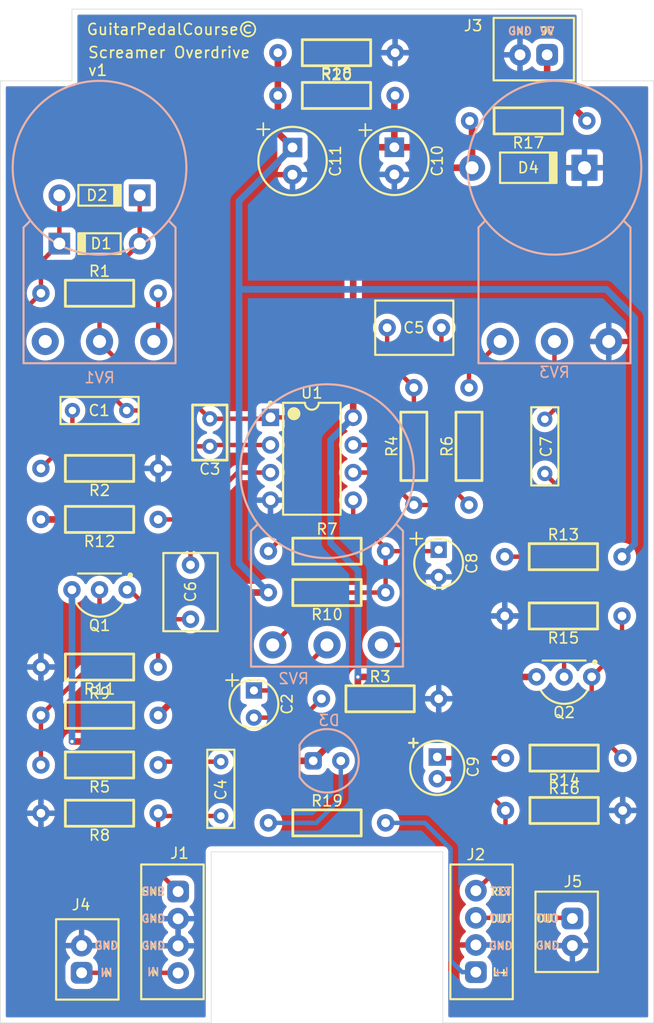
<source format=kicad_pcb>
(kicad_pcb (version 20241229) (generator "pcbnew") (generator_version "9.0")
  (layers (0 "F.Cu" signal) (2 "B.Cu" signal) (13 "F.Paste" user) (15 "B.Paste" user) (5 "F.SilkS" user "F.Silkscreen") (7 "B.SilkS" user "B.Silkscreen") (1 "F.Mask" user) (3 "B.Mask" user) (25 "Edge.Cuts" user))
  (net 0 "")
  (net 1 "Net-(C1-Pad1)")
  (net 2 "Net-(D1-A)")
  (net 3 "Net-(C2-Pad2)")
  (net 4 "Net-(C2-Pad1)")
  (net 5 "Net-(D1-K)")
  (net 6 "/SEND")
  (net 7 "Net-(C4-Pad2)")
  (net 8 "Net-(C5-Pad1)")
  (net 9 "Net-(C5-Pad2)")
  (net 10 "Net-(U1A-+)")
  (net 11 "Net-(C6-Pad1)")
  (net 12 "Net-(C7-Pad2)")
  (net 13 "Net-(C7-Pad1)")
  (net 14 "Net-(U1B-+)")
  (net 15 "GND")
  (net 16 "Net-(C9-Pad1)")
  (net 17 "/RETURN")
  (net 18 "+VA")
  (net 19 "VREF")
  (net 20 "Net-(D3-K)")
  (net 21 "/IN")
  (net 22 "/LED+")
  (net 23 "/OUT")
  (net 24 "Net-(J3-Pad1)")
  (net 25 "Net-(Q1-PadB)")
  (net 26 "Net-(Q2-PadE)")
  (net 27 "Net-(R1-Pad2)")
  (net 28 "Net-(U1B--)")
  (net 29 "Net-(R6-Pad2)")
  (footprint "Wampler:RESISTOR_1_4W" (layer "F.Cu") (at 9.271 -49.149 180)
    (property "Reference" "R5" (at 0 -2.027 180) (layer "F.SilkS"))
    (property "Value" "1k")
    (pad "1" thru_hole circle (at -5.4 0 180) (size 1.6 1.6) (drill 0.8) (layers "*.Cu" "*.Mask") (net 7 "Net-(C4-Pad2)"))
    (pad "2" thru_hole circle (at 5.4 0 180) (size 1.6 1.6) (drill 0.8) (layers "*.Cu" "*.Mask") (net 25 "Net-(Q1-PadB)"))
  )
  (footprint "Wampler:CONNECTOR_4" (layer "F.Cu") (at 16.51 -33.782 -90)
    (property "Reference" "J1" (at -7.239 -0.127 180) (layer "F.SilkS"))
    (property "Value" "~")
    (pad "1" thru_hole roundrect (at -3.71 0 270) (size 2 2) (drill 1) (layers "*.Cu" "*.Mask") (net 6 "/SEND"))
    (pad "2" thru_hole circle (at -1.21 0 270) (size 2 2) (drill 1) (layers "*.Cu" "*.Mask") (net 15 "GND"))
    (pad "3" thru_hole circle (at 1.29 0 270) (size 2 2) (drill 1) (layers "*.Cu" "*.Mask") (net 15 "GND"))
    (pad "4" thru_hole circle (at 3.79 0 270) (size 2 2) (drill 1) (layers "*.Cu" "*.Mask") (net 21 "/IN"))
  )
  (footprint "Wampler:RESISTOR_1_4W" (layer "F.Cu") (at 9.271 -58.166 180)
    (property "Reference" "R11" (at 0 -2.027 180) (layer "F.SilkS"))
    (property "Value" "10k")
    (pad "1" thru_hole circle (at -5.4 0 180) (size 1.6 1.6) (drill 0.8) (layers "*.Cu" "*.Mask") (net 11 "Net-(C6-Pad1)"))
    (pad "2" thru_hole circle (at 5.4 0 180) (size 1.6 1.6) (drill 0.8) (layers "*.Cu" "*.Mask") (net 15 "GND"))
  )
  (footprint "Wampler:RESISTOR_1_4W" (layer "F.Cu") (at 9.271 -53.721)
    (property "Reference" "R9" (at 0 -2.027 0) (layer "F.SilkS"))
    (property "Value" "510k")
    (pad "1" thru_hole circle (at -5.4 0) (size 1.6 1.6) (drill 0.8) (layers "*.Cu" "*.Mask") (net 25 "Net-(Q1-PadB)"))
    (pad "2" thru_hole circle (at 5.4 0) (size 1.6 1.6) (drill 0.8) (layers "*.Cu" "*.Mask") (net 19 "VREF"))
  )
  (footprint "Wampler:CAP_ELEC_100UF" (layer "F.Cu") (at 27.051 -104.755 -90)
    (property "Reference" "C11" (at 0 -3.95 90) (layer "F.SilkS"))
    (property "Value" "100u 35V")
    (fp_text user "+" (at -3.957 3.4544 270) (layer "F.SilkS") (effects (font (size 1.5 1.5)) (justify left bottom)))
    (pad "1" thru_hole rect (at -1.25 0 270) (size 1.8 1.8) (drill 0.9) (layers "*.Cu" "*.Mask") (net 19 "VREF"))
    (pad "2" thru_hole circle (at 1.25 0 270) (size 1.8 1.8) (drill 0.9) (layers "*.Cu" "*.Mask") (net 15 "GND"))
  )
  (footprint "Wampler:BJT_2N5089" (layer "F.Cu") (at 9.271 -65.278 180)
    (property "Reference" "Q1" (at 0 -3.28402 0) (layer "F.SilkS"))
    (property "Value" "2N5089")
    (pad "B" thru_hole circle (at 0 0 180) (size 1.6 1.6) (drill 0.8) (layers "*.Cu" "*.Mask") (net 25 "Net-(Q1-PadB)"))
    (pad "C" thru_hole circle (at 2.54 0 180) (size 1.6 1.6) (drill 0.8) (layers "*.Cu" "*.Mask") (net 18 "+VA"))
    (pad "E" thru_hole circle (at -2.54 0 180) (size 1.6 1.6) (drill 0.8) (layers "*.Cu" "*.Mask") (net 11 "Net-(C6-Pad1)"))
  )
  (footprint "Wampler:RESISTOR_1_4W" (layer "F.Cu") (at 43.307 -78.486 90)
    (property "Reference" "R6" (at 0 -2.027 90) (layer "F.SilkS"))
    (property "Value" "1k")
    (pad "1" thru_hole circle (at -5.4 0 90) (size 1.6 1.6) (drill 0.8) (layers "*.Cu" "*.Mask") (net 9 "Net-(C5-Pad2)"))
    (pad "2" thru_hole circle (at 5.4 0 90) (size 1.6 1.6) (drill 0.8) (layers "*.Cu" "*.Mask") (net 29 "Net-(R6-Pad2)"))
  )
  (footprint "Wampler:RESISTOR_1_4W" (layer "F.Cu") (at 9.271 -71.755 180)
    (property "Reference" "R12" (at 0 -2.027 180) (layer "F.SilkS"))
    (property "Value" "10k")
    (pad "1" thru_hole circle (at -5.4 0 180) (size 1.6 1.6) (drill 0.8) (layers "*.Cu" "*.Mask") (net 10 "Net-(U1A-+)"))
    (pad "2" thru_hole circle (at 5.4 0 180) (size 1.6 1.6) (drill 0.8) (layers "*.Cu" "*.Mask") (net 19 "VREF"))
  )
  (footprint "Wampler:CAP_FILM_1UF" (layer "F.Cu") (at 17.653 -65.064 90)
    (property "Reference" "C6" (at 0.04 0 90) (layer "F.SilkS"))
    (property "Value" "1u")
    (pad "1" thru_hole circle (at -2.5 0 90) (size 1.6 1.6) (drill 0.8) (layers "*.Cu" "*.Mask") (net 11 "Net-(C6-Pad1)"))
    (pad "2" thru_hole circle (at 2.5 0 90) (size 1.6 1.6) (drill 0.8) (layers "*.Cu" "*.Mask") (net 10 "Net-(U1A-+)"))
  )
  (footprint "Wampler:CONNECTOR_2" (layer "F.Cu") (at 7.62 -31.242 90)
    (property "Reference" "J4" (at 5.0292 -0.0508 180) (layer "F.SilkS"))
    (property "Value" "~")
    (pad "1" thru_hole roundrect (at -1.23 0 90) (size 2 2) (drill 1) (layers "*.Cu" "*.Mask") (net 21 "/IN"))
    (pad "2" thru_hole circle (at 1.27 0 90) (size 2 2) (drill 1) (layers "*.Cu" "*.Mask") (net 15 "GND"))
  )
  (footprint "Wampler:RESISTOR_1_4W" (layer "F.Cu") (at 48.768 -108.458 180)
    (property "Reference" "R17" (at 0 -2.027 180) (layer "F.SilkS"))
    (property "Value" "10R")
    (pad "1" thru_hole circle (at -5.4 0 180) (size 1.6 1.6) (drill 0.8) (layers "*.Cu" "*.Mask") (net 24 "Net-(J3-Pad1)"))
    (pad "2" thru_hole circle (at 5.4 0 180) (size 1.6 1.6) (drill 0.8) (layers "*.Cu" "*.Mask") (net 18 "+VA"))
  )
  (footprint "Wampler:DIODE_1N4148" (layer "F.Cu") (at 9.271 -101.6)
    (property "Reference" "D2" (at -0.237 0 0) (layer "F.SilkS"))
    (property "Value" "1N4148")
    (pad "1" thru_hole circle (at -3.7 0) (size 2 2) (drill 1.1) (layers "*.Cu" "*.Mask") (net 2 "Net-(D1-A)"))
    (pad "2" thru_hole rect (at 3.7 0) (size 2 2) (drill 1.1) (layers "*.Cu" "*.Mask") (net 5 "Net-(D1-K)"))
  )
  (footprint "Wampler:CAP_FILM_100NF" (layer "F.Cu") (at 50.292 -78.486)
    (property "Reference" "C7" (at 0.127 0.04 90) (layer "F.SilkS"))
    (property "Value" "100n")
    (pad "1" thru_hole circle (at 0 -2.5) (size 1.4 1.4) (drill 0.7) (layers "*.Cu" "*.Mask") (net 13 "Net-(C7-Pad1)"))
    (pad "2" thru_hole circle (at 0 2.5) (size 1.4 1.4) (drill 0.7) (layers "*.Cu" "*.Mask") (net 12 "Net-(C7-Pad2)"))
  )
  (footprint "Wampler:RESISTOR_1_4W" (layer "F.Cu") (at 31.0998 -114.7318 180)
    (property "Reference" "R20" (at 0 -2.027 180) (layer "F.SilkS"))
    (property "Value" "10k")
    (pad "1" thru_hole circle (at -5.4 0 180) (size 1.6 1.6) (drill 0.8) (layers "*.Cu" "*.Mask") (net 15 "GND"))
    (pad "2" thru_hole circle (at 5.4 0 180) (size 1.6 1.6) (drill 0.8) (layers "*.Cu" "*.Mask") (net 19 "VREF"))
  )
  (footprint "Wampler:RESISTOR_1_4W" (layer "F.Cu") (at 9.271 -76.454 180)
    (property "Reference" "R2" (at 0 -2.027 180) (layer "F.SilkS"))
    (property "Value" "4.7k")
    (pad "1" thru_hole circle (at -5.4 0 180) (size 1.6 1.6) (drill 0.8) (layers "*.Cu" "*.Mask") (net 15 "GND"))
    (pad "2" thru_hole circle (at 5.4 0 180) (size 1.6 1.6) (drill 0.8) (layers "*.Cu" "*.Mask") (net 1 "Net-(C1-Pad1)"))
  )
  (footprint "Wampler:BJT_2N5089" (layer "F.Cu") (at 52.07 -57.26101 180)
    (property "Reference" "Q2" (at 0 -3.28402 0) (layer "F.SilkS"))
    (property "Value" "2N5089")
    (pad "B" thru_hole circle (at 0 0 180) (size 1.6 1.6) (drill 0.8) (layers "*.Cu" "*.Mask") (net 12 "Net-(C7-Pad2)"))
    (pad "C" thru_hole circle (at 2.54 0 180) (size 1.6 1.6) (drill 0.8) (layers "*.Cu" "*.Mask") (net 18 "+VA"))
    (pad "E" thru_hole circle (at -2.54 0 180) (size 1.6 1.6) (drill 0.8) (layers "*.Cu" "*.Mask") (net 26 "Net-(Q2-PadE)"))
  )
  (footprint "Wampler:RESISTOR_1_4W" (layer "F.Cu") (at 52.07 -44.958)
    (property "Reference" "R16" (at 0 -2.027 0) (layer "F.SilkS"))
    (property "Value" "10k")
    (pad "1" thru_hole circle (at -5.4 0) (size 1.6 1.6) (drill 0.8) (layers "*.Cu" "*.Mask") (net 17 "/RETURN"))
    (pad "2" thru_hole circle (at 5.4 0) (size 1.6 1.6) (drill 0.8) (layers "*.Cu" "*.Mask") (net 15 "GND"))
  )
  (footprint "Wampler:RESISTOR_1_4W" (layer "F.Cu") (at 35.118 -55.245)
    (property "Reference" "R3" (at 0 -2.027 0) (layer "F.SilkS"))
    (property "Value" "220R")
    (pad "1" thru_hole circle (at -5.4 0) (size 1.6 1.6) (drill 0.8) (layers "*.Cu" "*.Mask") (net 3 "Net-(C2-Pad2)"))
    (pad "2" thru_hole circle (at 5.4 0) (size 1.6 1.6) (drill 0.8) (layers "*.Cu" "*.Mask") (net 15 "GND"))
  )
  (footprint "Wampler:CAP_FILM_47NF" (layer "F.Cu") (at 9.271 -81.788 90)
    (property "Reference" "C1" (at 0 -0.04 0) (layer "F.SilkS"))
    (property "Value" "47n")
    (pad "1" thru_hole circle (at 0 -2.5 90) (size 1.4 1.4) (drill 0.7) (layers "*.Cu" "*.Mask") (net 1 "Net-(C1-Pad1)"))
    (pad "2" thru_hole circle (at 0 2.5 90) (size 1.4 1.4) (drill 0.7) (layers "*.Cu" "*.Mask") (net 2 "Net-(D1-A)"))
  )
  (footprint "Wampler:RESISTOR_1_4W" (layer "F.Cu") (at 52.07 -49.784 180)
    (property "Reference" "R14" (at 0 -2.027 180) (layer "F.SilkS"))
    (property "Value" "100R")
    (pad "1" thru_hole circle (at -5.4 0 180) (size 1.6 1.6) (drill 0.8) (layers "*.Cu" "*.Mask") (net 26 "Net-(Q2-PadE)"))
    (pad "2" thru_hole circle (at 5.4 0 180) (size 1.6 1.6) (drill 0.8) (layers "*.Cu" "*.Mask") (net 16 "Net-(C9-Pad1)"))
  )
  (footprint "Wampler:RESISTOR_1_4W" (layer "F.Cu") (at 9.271 -44.704 180)
    (property "Reference" "R8" (at 0 -2.027 180) (layer "F.SilkS"))
    (property "Value" "1M")
    (pad "1" thru_hole circle (at -5.4 0 180) (size 1.6 1.6) (drill 0.8) (layers "*.Cu" "*.Mask") (net 6 "/SEND"))
    (pad "2" thru_hole circle (at 5.4 0 180) (size 1.6 1.6) (drill 0.8) (layers "*.Cu" "*.Mask") (net 15 "GND"))
  )
  (footprint "Wampler:CAP_MLCC_51PF" (layer "F.Cu") (at 19.431 -79.756 180)
    (property "Reference" "C3" (at 0 -3.367 0) (layer "F.SilkS"))
    (property "Value" "51p")
    (pad "1" thru_hole circle (at 0 -1.27 180) (size 1.4 1.4) (drill 0.7) (layers "*.Cu" "*.Mask") (net 2 "Net-(D1-A)"))
    (pad "2" thru_hole circle (at 0 1.27 180) (size 1.4 1.4) (drill 0.7) (layers "*.Cu" "*.Mask") (net 5 "Net-(D1-K)"))
  )
  (footprint "Wampler:CONNECTOR_4" (layer "F.Cu") (at 43.942 -33.782 90)
    (property "Reference" "J2" (at 7.112 0 180) (layer "F.SilkS"))
    (property "Value" "~")
    (pad "1" thru_hole roundrect (at -3.71 0 90) (size 2 2) (drill 1) (layers "*.Cu" "*.Mask") (net 22 "/LED+"))
    (pad "2" thru_hole circle (at -1.21 0 90) (size 2 2) (drill 1) (layers "*.Cu" "*.Mask") (net 15 "GND"))
    (pad "3" thru_hole circle (at 1.29 0 90) (size 2 2) (drill 1) (layers "*.Cu" "*.Mask") (net 23 "/OUT"))
    (pad "4" thru_hole circle (at 3.79 0 90) (size 2 2) (drill 1) (layers "*.Cu" "*.Mask") (net 17 "/RETURN"))
  )
  (footprint "Wampler:RESISTOR_1_4W" (layer "F.Cu") (at 9.271 -92.583)
    (property "Reference" "R1" (at 0 -2.027 0) (layer "F.SilkS"))
    (property "Value" "51k")
    (pad "1" thru_hole circle (at -5.4 0) (size 1.6 1.6) (drill 0.8) (layers "*.Cu" "*.Mask") (net 2 "Net-(D1-A)"))
    (pad "2" thru_hole circle (at 5.4 0) (size 1.6 1.6) (drill 0.8) (layers "*.Cu" "*.Mask") (net 27 "Net-(R1-Pad2)"))
  )
  (footprint "Wampler:CAP_TANT_220NF" (layer "F.Cu") (at 40.513 -67.711 -90)
    (property "Reference" "C8" (at 0 -3.05 90) (layer "F.SilkS"))
    (property "Value" "220n 35V")
    (fp_text user "+" (at -3.3074 2.8194 270) (layer "F.SilkS") (effects (font (size 1.5 1.5)) (justify left bottom)))
    (pad "1" thru_hole rect (at -1.25 0 270) (size 1.5 1.5) (drill 0.75) (layers "*.Cu" "*.Mask") (net 14 "Net-(U1B-+)"))
    (pad "2" thru_hole circle (at 1.25 0 270) (size 1.5 1.5) (drill 0.75) (layers "*.Cu" "*.Mask") (net 15 "GND"))
  )
  (footprint "Wampler:RESISTOR_1_4W" (layer "F.Cu") (at 52.004 -68.326)
    (property "Reference" "R13" (at 0 -2.027 0) (layer "F.SilkS"))
    (property "Value" "510k")
    (pad "1" thru_hole circle (at -5.4 0) (size 1.6 1.6) (drill 0.8) (layers "*.Cu" "*.Mask") (net 12 "Net-(C7-Pad2)"))
    (pad "2" thru_hole circle (at 5.4 0) (size 1.6 1.6) (drill 0.8) (layers "*.Cu" "*.Mask") (net 19 "VREF"))
  )
  (footprint "Wampler:CONNECTOR_2" (layer "F.Cu") (at 52.832 -33.782 -90)
    (property "Reference" "J5" (at -4.6228 -0.0508 180) (layer "F.SilkS"))
    (property "Value" "~")
    (pad "1" thru_hole roundrect (at -1.23 0 270) (size 2 2) (drill 1) (layers "*.Cu" "*.Mask") (net 23 "/OUT"))
    (pad "2" thru_hole circle (at 1.27 0 270) (size 2 2) (drill 1) (layers "*.Cu" "*.Mask") (net 15 "GND"))
  )
  (footprint "Wampler:CAP_TANT_220NF" (layer "F.Cu") (at 23.495 -54.757 -90)
    (property "Reference" "C2" (at 0 -3.05 90) (layer "F.SilkS"))
    (property "Value" "220n 35V")
    (fp_text user "+" (at -3.2312 2.7686 270) (layer "F.SilkS") (effects (font (size 1.5 1.5)) (justify left bottom)))
    (pad "1" thru_hole rect (at -1.25 0 270) (size 1.5 1.5) (drill 0.75) (layers "*.Cu" "*.Mask") (net 4 "Net-(C2-Pad1)"))
    (pad "2" thru_hole circle (at 1.25 0 270) (size 1.5 1.5) (drill 0.75) (layers "*.Cu" "*.Mask") (net 3 "Net-(C2-Pad2)"))
  )
  (footprint "Wampler:RESISTOR_1_4W" (layer "F.Cu") (at 30.226 -65.024 180)
    (property "Reference" "R10" (at 0 -2.027 180) (layer "F.SilkS"))
    (property "Value" "10k")
    (pad "1" thru_hole circle (at -5.4 0 180) (size 1.6 1.6) (drill 0.8) (layers "*.Cu" "*.Mask") (net 14 "Net-(U1B-+)"))
    (pad "2" thru_hole circle (at 5.4 0 180) (size 1.6 1.6) (drill 0.8) (layers "*.Cu" "*.Mask") (net 19 "VREF"))
  )
  (footprint "Wampler:CAP_ELEC_100UF" (layer "F.Cu") (at 36.429 -104.775 -90)
    (property "Reference" "C10" (at 0 -3.95 90) (layer "F.SilkS"))
    (property "Value" "100u 35V")
    (fp_text user "+" (at -3.8608 3.4344 270) (layer "F.SilkS") (effects (font (size 1.5 1.5)) (justify left bottom)))
    (pad "1" thru_hole rect (at -1.25 0 270) (size 1.8 1.8) (drill 0.9) (layers "*.Cu" "*.Mask") (net 18 "+VA"))
    (pad "2" thru_hole circle (at 1.25 0 270) (size 1.8 1.8) (drill 0.9) (layers "*.Cu" "*.Mask") (net 15 "GND"))
  )
  (footprint "Wampler:DIODE_1N4001" (layer "F.Cu") (at 48.768 -104.14)
    (property "Reference" "D4" (at 0 0 0) (layer "F.SilkS"))
    (property "Value" "1N4001")
    (pad "1" thru_hole circle (at -5.18 0) (size 2.4 2.4) (drill 1.2) (layers "*.Cu" "*.Mask") (net 18 "+VA"))
    (pad "2" thru_hole rect (at 5.18 0) (size 2.4 2.4) (drill 1.2) (layers "*.Cu" "*.Mask") (net 15 "GND"))
  )
  (footprint "Wampler:RESISTOR_1_4W" (layer "F.Cu") (at 30.226 -68.834)
    (property "Reference" "R7" (at 0 -2.027 0) (layer "F.SilkS"))
    (property "Value" "1k")
    (pad "1" thru_hole circle (at -5.4 0) (size 1.6 1.6) (drill 0.8) (layers "*.Cu" "*.Mask") (net 5 "Net-(D1-K)"))
    (pad "2" thru_hole circle (at 5.4 0) (size 1.6 1.6) (drill 0.8) (layers "*.Cu" "*.Mask") (net 14 "Net-(U1B-+)"))
  )
  (footprint "Wampler:CAP_FILM_22NF" (layer "F.Cu") (at 20.447 -46.95 180)
    (property "Reference" "C4" (at 0 -0.087 90) (layer "F.SilkS"))
    (property "Value" "22n")
    (pad "1" thru_hole circle (at 0 -2.5 180) (size 1.4 1.4) (drill 0.7) (layers "*.Cu" "*.Mask") (net 6 "/SEND"))
    (pad "2" thru_hole circle (at 0 2.5 180) (size 1.4 1.4) (drill 0.7) (layers "*.Cu" "*.Mask") (net 7 "Net-(C4-Pad2)"))
  )
  (footprint "Wampler:RESISTOR_1_4W" (layer "F.Cu") (at 31.0998 -110.7948)
    (property "Reference" "R18" (at 0 -2.027 0) (layer "F.SilkS"))
    (property "Value" "10k")
    (pad "1" thru_hole circle (at -5.4 0) (size 1.6 1.6) (drill 0.8) (layers "*.Cu" "*.Mask") (net 19 "VREF"))
    (pad "2" thru_hole circle (at 5.4 0) (size 1.6 1.6) (drill 0.8) (layers "*.Cu" "*.Mask") (net 18 "+VA"))
  )
  (footprint "Wampler:OP_AMP" (layer "F.Cu") (at 28.829 -77.343)
    (property "Reference" "U1" (at 0 -6.06 0) (layer "F.SilkS"))
    (property "Value" "RC4558")
    (pad "1" thru_hole rect (at -3.81 -3.81) (size 1.6 1.6) (drill 0.9) (layers "*.Cu" "*.Mask") (net 5 "Net-(D1-K)"))
    (pad "2" thru_hole circle (at -3.81 -1.27) (size 1.6 1.6) (drill 0.9) (layers "*.Cu" "*.Mask") (net 2 "Net-(D1-A)"))
    (pad "3" thru_hole circle (at -3.81 1.27) (size 1.6 1.6) (drill 0.9) (layers "*.Cu" "*.Mask") (net 10 "Net-(U1A-+)"))
    (pad "4" thru_hole circle (at -3.81 3.81) (size 1.6 1.6) (drill 0.9) (layers "*.Cu" "*.Mask") (net 15 "GND"))
    (pad "5" thru_hole circle (at 3.81 3.81) (size 1.6 1.6) (drill 0.9) (layers "*.Cu" "*.Mask") (net 14 "Net-(U1B-+)"))
    (pad "6" thru_hole circle (at 3.81 1.27) (size 1.6 1.6) (drill 0.9) (layers "*.Cu" "*.Mask") (net 28 "Net-(U1B--)"))
    (pad "7" thru_hole circle (at 3.81 -1.27) (size 1.6 1.6) (drill 0.9) (layers "*.Cu" "*.Mask") (net 8 "Net-(C5-Pad1)"))
    (pad "8" thru_hole circle (at 3.81 -3.81) (size 1.6 1.6) (drill 0.9) (layers "*.Cu" "*.Mask") (net 18 "+VA"))
  )
  (footprint "Wampler:CAP_FILM_1UF" (layer "F.Cu") (at 38.267 -89.408)
    (property "Reference" "C5" (at -0.04 0 0) (layer "F.SilkS"))
    (property "Value" "1u")
    (pad "1" thru_hole circle (at -2.5 0) (size 1.6 1.6) (drill 0.8) (layers "*.Cu" "*.Mask") (net 8 "Net-(C5-Pad1)"))
    (pad "2" thru_hole circle (at 2.5 0) (size 1.6 1.6) (drill 0.8) (layers "*.Cu" "*.Mask") (net 9 "Net-(C5-Pad2)"))
  )
  (footprint "Wampler:DIODE_1N4148" (layer "F.Cu") (at 9.271 -97.155 180)
    (property "Reference" "D1" (at -0.144 0 0) (layer "F.SilkS"))
    (property "Value" "1N4148")
    (pad "1" thru_hole circle (at -3.7 0 180) (size 2 2) (drill 1.1) (layers "*.Cu" "*.Mask") (net 5 "Net-(D1-K)"))
    (pad "2" thru_hole rect (at 3.7 0 180) (size 2 2) (drill 1.1) (layers "*.Cu" "*.Mask") (net 2 "Net-(D1-A)"))
  )
  (footprint "Wampler:CAP_ELEC_10UF" (layer "F.Cu") (at 40.386 -48.879 -90)
    (property "Reference" "C9" (at -0.1 -3.3 90) (layer "F.SilkS"))
    (property "Value" "10u 35V")
    (pad "1" thru_hole rect (at -1 0 270) (size 1.6 1.6) (drill 0.8) (layers "*.Cu" "*.Mask") (net 16 "Net-(C9-Pad1)"))
    (pad "2" thru_hole circle (at 1 0 270) (size 1.6 1.6) (drill 0.8) (layers "*.Cu" "*.Mask") (net 17 "/RETURN"))
  )
  (footprint "Wampler:RESISTOR_1_4W" (layer "F.Cu") (at 38.227 -78.486 90)
    (property "Reference" "R4" (at 0 -2.027 90) (layer "F.SilkS"))
    (property "Value" "1k")
    (pad "1" thru_hole circle (at -5.4 0 90) (size 1.6 1.6) (drill 0.8) (layers "*.Cu" "*.Mask") (net 28 "Net-(U1B--)"))
    (pad "2" thru_hole circle (at 5.4 0 90) (size 1.6 1.6) (drill 0.8) (layers "*.Cu" "*.Mask") (net 8 "Net-(C5-Pad1)"))
  )
  (footprint "Wampler:CONNECTOR_2" (layer "F.Cu") (at 49.276 -114.537 180)
    (property "Reference" "J3" (at 5.588 2.684 0) (layer "F.SilkS"))
    (property "Value" "~")
    (pad "1" thru_hole roundrect (at -1.23 0 180) (size 2 2) (drill 1) (layers "*.Cu" "*.Mask") (net 24 "Net-(J3-Pad1)"))
    (pad "2" thru_hole circle (at 1.27 0 180) (size 2 2) (drill 1) (layers "*.Cu" "*.Mask") (net 15 "GND"))
  )
  (footprint "Wampler:RESISTOR_1_4W" (layer "F.Cu") (at 52.004 -62.865 180)
    (property "Reference" "R15" (at 0 -2.027 180) (layer "F.SilkS"))
    (property "Value" "10k")
    (pad "1" thru_hole circle (at -5.4 0 180) (size 1.6 1.6) (drill 0.8) (layers "*.Cu" "*.Mask") (net 26 "Net-(Q2-PadE)"))
    (pad "2" thru_hole circle (at 5.4 0 180) (size 1.6 1.6) (drill 0.8) (layers "*.Cu" "*.Mask") (net 15 "GND"))
  )
  (footprint "Wampler:RESISTOR_1_4W" (layer "F.Cu") (at 30.226 -43.815)
    (property "Reference" "R19" (at 0 -2.027 0) (layer "F.SilkS"))
    (property "Value" "1k")
    (pad "1" thru_hole circle (at -5.4 0) (size 1.6 1.6) (drill 0.8) (layers "*.Cu" "*.Mask") (net 20 "Net-(D3-K)"))
    (pad "2" thru_hole circle (at 5.4 0) (size 1.6 1.6) (drill 0.8) (layers "*.Cu" "*.Mask") (net 22 "/LED+"))
  )
  (footprint "Wampler:POT_16MM_RA" (layer "B.Cu") (at 30.226 -76.2 180)
    (property "Reference" "RV2" (at 3.0734 -19.1008 0) (layer "B.SilkS") (effects (justify mirror)))
    (property "Value" "20KB")
    (pad "1" thru_hole circle (at -5 -16 180) (size 2.5 2.5) (drill 1.2) (layers "*.Cu" "*.Mask") (net 28 "Net-(U1B--)"))
    (pad "2" thru_hole circle (at 0 -16 180) (size 2.5 2.5) (drill 1.2) (layers "*.Cu" "*.Mask") (net 4 "Net-(C2-Pad1)"))
    (pad "3" thru_hole circle (at 5 -16 180) (size 2.5 2.5) (drill 1.2) (layers "*.Cu" "*.Mask") (net 14 "Net-(U1B-+)"))
  )
  (footprint "Wampler:LED_5MM" (layer "B.Cu") (at 30.226 -49.53 180)
    (property "Reference" "D3" (at -0.195603 3.72 0) (layer "B.SilkS") (effects (justify mirror)))
    (property "Value" "LED")
    (pad "1" thru_hole circle (at -1.27 0 180) (size 1.6 1.6) (drill 0.8) (layers "*.Cu" "*.Mask") (net 20 "Net-(D3-K)"))
    (pad "2" thru_hole roundrect (at 1.27 0 180) (size 1.6 1.6) (drill 0.8) (layers "*.Cu" "*.Mask") (net 18 "+VA"))
  )
  (footprint "Wampler:POT_16MM_RA" (layer "B.Cu") (at 51.181 -104.14 180)
    (property "Reference" "RV3" (at 0 -18.831826 0) (layer "B.SilkS") (effects (justify mirror)))
    (property "Value" "100KA")
    (pad "1" thru_hole circle (at -5 -16 180) (size 2.5 2.5) (drill 1.2) (layers "*.Cu" "*.Mask") (net 15 "GND"))
    (pad "2" thru_hole circle (at 0 -16 180) (size 2.5 2.5) (drill 1.2) (layers "*.Cu" "*.Mask") (net 13 "Net-(C7-Pad1)"))
    (pad "3" thru_hole circle (at 5 -16 180) (size 2.5 2.5) (drill 1.2) (layers "*.Cu" "*.Mask") (net 29 "Net-(R6-Pad2)"))
  )
  (footprint "Wampler:POT_16MM_RA" (layer "B.Cu") (at 9.271 -104.14 180)
    (property "Reference" "RV1" (at 0 -19.3294 0) (layer "B.SilkS") (effects (justify mirror)))
    (property "Value" "500KA")
    (pad "1" thru_hole circle (at -5 -16 180) (size 2.5 2.5) (drill 1.2) (layers "*.Cu" "*.Mask") (net 27 "Net-(R1-Pad2)"))
    (pad "2" thru_hole circle (at 0 -16 180) (size 2.5 2.5) (drill 1.2) (layers "*.Cu" "*.Mask") (net 5 "Net-(D1-K)"))
    (pad "3" thru_hole circle (at 5 -16 180) (size 2.5 2.5) (drill 1.2) (layers "*.Cu" "*.Mask"))
  )
  (gr_line (start 53.721 -112.141) (end 60.325 -112.141) (stroke (width 0.0508)) (layer "Edge.Cuts"))
  (gr_line (start 6.731 -112.141) (end 6.731 -118.745) (stroke (width 0.0508)) (layer "Edge.Cuts"))
  (gr_line (start 40.894 -41.148) (end 40.894 -25.4) (stroke (width 0.0508)) (layer "Edge.Cuts"))
  (gr_line (start 60.325 -25.4) (end 60.325 -112.141) (stroke (width 0.0508)) (layer "Edge.Cuts"))
  (gr_line (start 6.731 -118.745) (end 53.721 -118.745) (stroke (width 0.0508)) (layer "Edge.Cuts"))
  (gr_line (start 40.894 -25.4) (end 60.325 -25.4) (stroke (width 0.0508)) (layer "Edge.Cuts"))
  (gr_line (start 19.558 -41.148) (end 40.894 -41.148) (stroke (width 0.0508)) (layer "Edge.Cuts"))
  (gr_line (start 0.127 -25.4) (end 0.127 -112.141) (stroke (width 0.0508)) (layer "Edge.Cuts"))
  (gr_line (start 53.721 -118.745) (end 53.721 -112.141) (stroke (width 0.0508)) (layer "Edge.Cuts"))
  (gr_line (start 19.558 -41.148) (end 19.558 -25.4) (stroke (width 0.0508)) (layer "Edge.Cuts"))
  (gr_line (start 19.558 -25.4) (end 0.127 -25.4) (stroke (width 0.0508)) (layer "Edge.Cuts"))
  (gr_line (start 0.127 -112.141) (end 6.731 -112.141) (stroke (width 0.0508)) (layer "Edge.Cuts"))
  (gr_text "9V" (at 50.506 -116.713 0) (layer "F.SilkS") (effects (font (size 0.7112 0.7112) (thickness 0.1524) (bold yes))))
  (gr_text "GND" (at 9.906 -32.512 0) (layer "F.SilkS") (effects (font (size 0.7112 0.7112) (thickness 0.1524) (bold yes))))
  (gr_text "OUT" (at 46.228 -34.992 0) (layer "F.SilkS") (effects (font (size 0.7112 0.7112) (thickness 0.1524) (bold yes))))
  (gr_text "RET" (at 46.228 -37.492 0) (layer "F.SilkS") (effects (font (size 0.7112 0.7112) (thickness 0.1524) (bold yes))))
  (gr_text "GuitarPedalCourse©" (at 8.001 -117.475 0) (layer "F.SilkS") (effects (font (size 1.016 1.016) (thickness 0.1524)) (justify left top)))
  (gr_text "OUT" (at 50.546 -35.012 0) (layer "F.SilkS") (effects (font (size 0.7112 0.7112) (thickness 0.1524) (bold yes))))
  (gr_text "IN" (at 14.224 -30.072 0) (layer "F.SilkS") (effects (font (size 0.7112 0.7112) (thickness 0.1524) (bold yes))))
  (gr_text "GND" (at 14.224 -32.492 0) (layer "F.SilkS") (effects (font (size 0.7112 0.7112) (thickness 0.1524) (bold yes))))
  (gr_text "Screamer Overdrive\nv1" (at 8.128 -112.522 0) (layer "F.SilkS") (effects (font (size 1.016 1.016) (thickness 0.1524)) (justify left bottom)))
  (gr_text "GND" (at 46.228 -32.492 0) (layer "F.SilkS") (effects (font (size 0.7112 0.7112) (thickness 0.1524) (bold yes))))
  (gr_text "GND" (at 48.006 -116.713 0) (layer "F.SilkS") (effects (font (size 0.7112 0.7112) (thickness 0.1524) (bold yes))))
  (gr_text "L+" (at 46.228 -30.072 0) (layer "F.SilkS") (effects (font (size 0.7112 0.7112) (thickness 0.1524) (bold yes))))
  (gr_text "GND" (at 14.224 -34.992 0) (layer "F.SilkS") (effects (font (size 0.7112 0.7112) (thickness 0.1524) (bold yes))))
  (gr_text "GND" (at 50.546 -32.512 0) (layer "F.SilkS") (effects (font (size 0.7112 0.7112) (thickness 0.1524) (bold yes))))
  (gr_text "SND" (at 14.224 -37.492 0) (layer "F.SilkS") (effects (font (size 0.7112 0.7112) (thickness 0.1524) (bold yes))))
  (gr_text "IN" (at 9.906 -30.012 0) (layer "F.SilkS") (effects (font (size 0.7112 0.7112) (thickness 0.1524) (bold yes))))
  (gr_text "OUT" (at 46.228 -35.0028 0) (layer "B.SilkS") (effects (font (size 0.7112 0.7112) (thickness 0.1524) (bold yes)) (justify mirror)))
  (gr_text "GND" (at 14.224 -32.5028 0) (layer "B.SilkS") (effects (font (size 0.7112 0.7112) (thickness 0.1524) (bold yes)) (justify mirror)))
  (gr_text "IN" (at 9.906 -30.0228 0) (layer "B.SilkS") (effects (font (size 0.7112 0.7112) (thickness 0.1524) (bold yes)) (justify mirror)))
  (gr_text "IN" (at 14.224 -30.0828 0) (layer "B.SilkS") (effects (font (size 0.7112 0.7112) (thickness 0.1524) (bold yes)) (justify mirror)))
  (gr_text "SND" (at 14.224 -37.5028 0) (layer "B.SilkS") (effects (font (size 0.7112 0.7112) (thickness 0.1524) (bold yes)) (justify mirror)))
  (gr_text "GND" (at 50.546 -32.5228 0) (layer "B.SilkS") (effects (font (size 0.7112 0.7112) (thickness 0.1524) (bold yes)) (justify mirror)))
  (gr_text "OUT" (at 50.546 -35.0228 0) (layer "B.SilkS") (effects (font (size 0.7112 0.7112) (thickness 0.1524) (bold yes)) (justify mirror)))
  (gr_text "GND" (at 9.906 -32.5228 0) (layer "B.SilkS") (effects (font (size 0.7112 0.7112) (thickness 0.1524) (bold yes)) (justify mirror)))
  (gr_text "GND" (at 48.006 -116.7238 0) (layer "B.SilkS") (effects (font (size 0.7112 0.7112) (thickness 0.1524) (bold yes)) (justify mirror)))
  (gr_text "RET" (at 46.228 -37.5028 0) (layer "B.SilkS") (effects (font (size 0.7112 0.7112) (thickness 0.1524) (bold yes)) (justify mirror)))
  (gr_text "GND" (at 46.228 -32.5028 0) (layer "B.SilkS") (effects (font (size 0.7112 0.7112) (thickness 0.1524) (bold yes)) (justify mirror)))
  (gr_text "GND" (at 14.224 -35.0028 0) (layer "B.SilkS") (effects (font (size 0.7112 0.7112) (thickness 0.1524) (bold yes)) (justify mirror)))
  (gr_text "L+" (at 46.228 -30.0828 0) (layer "B.SilkS") (effects (font (size 0.7112 0.7112) (thickness 0.1524) (bold yes)) (justify mirror)))
  (gr_text "9V" (at 50.506 -116.7238 0) (layer "B.SilkS") (effects (font (size 0.7112 0.7112) (thickness 0.1524) (bold yes)) (justify mirror)))
  (segment (start 6.771 -79.354) (end 3.871 -76.454) (width 0.4064) (layer "F.Cu") (net 1))
  (segment (start 6.771 -81.788) (end 6.771 -79.354) (width 0.4064) (layer "F.Cu") (net 1))
  (segment (start 19.431 -78.486) (end 17.3228 -78.486) (width 0.4064) (layer "F.Cu") (net 2))
  (segment (start 1.5494 -90.2614) (end 3.871 -92.583) (width 0.4064) (layer "F.Cu") (net 2))
  (segment (start 11.771 -81.788) (end 9.3072 -84.2518) (width 0.4064) (layer "F.Cu") (net 2))
  (segment (start 1.5494 -86.4616) (end 1.5494 -90.2614) (width 0.4064) (layer "F.Cu") (net 2))
  (segment (start 9.3072 -84.2518) (end 3.7592 -84.2518) (width 0.4064) (layer "F.Cu") (net 2))
  (segment (start 19.558 -78.613) (end 19.431 -78.486) (width 0.4064) (layer "F.Cu") (net 2))
  (segment (start 14.0208 -81.788) (end 11.771 -81.788) (width 0.4064) (layer "F.Cu") (net 2))
  (segment (start 5.571 -97.155) (end 5.571 -101.6) (width 0.4064) (layer "F.Cu") (net 2))
  (segment (start 3.871 -95.455) (end 5.571 -97.155) (width 0.4064) (layer "F.Cu") (net 2))
  (segment (start 3.871 -92.583) (end 3.871 -95.455) (width 0.4064) (layer "F.Cu") (net 2))
  (segment (start 3.7592 -84.2518) (end 1.5494 -86.4616) (width 0.4064) (layer "F.Cu") (net 2))
  (segment (start 17.3228 -78.486) (end 14.0208 -81.788) (width 0.4064) (layer "F.Cu") (net 2))
  (segment (start 25.019 -78.613) (end 19.558 -78.613) (width 0.4064) (layer "F.Cu") (net 2))
  (segment (start 23.495 -53.507) (end 27.98 -53.507) (width 0.4064) (layer "F.Cu") (net 3))
  (segment (start 27.98 -53.507) (end 29.718 -55.245) (width 0.4064) (layer "F.Cu") (net 3))
  (segment (start 26.033 -56.007) (end 30.226 -60.2) (width 0.4064) (layer "F.Cu") (net 4))
  (segment (start 23.495 -56.007) (end 26.033 -56.007) (width 0.4064) (layer "F.Cu") (net 4))
  (segment (start 12.971 -101.6) (end 12.971 -97.155) (width 0.4064) (layer "F.Cu") (net 5))
  (segment (start 9.271 -93.455) (end 9.271 -88.14) (width 0.4064) (layer "F.Cu") (net 5))
  (segment (start 26.4414 -81.153) (end 28.702 -78.8924) (width 0.4064) (layer "F.Cu") (net 5))
  (segment (start 19.431 -81.026) (end 24.892 -81.026) (width 0.4064) (layer "F.Cu") (net 5))
  (segment (start 28.702 -78.8924) (end 28.702 -72.71) (width 0.4064) (layer "F.Cu") (net 5))
  (segment (start 9.271 -88.0618) (end 12.2174 -85.1154) (width 0.4064) (layer "F.Cu") (net 5))
  (segment (start 28.702 -72.71) (end 24.826 -68.834) (width 0.4064) (layer "F.Cu") (net 5))
  (segment (start 15.3416 -85.1154) (end 19.431 -81.026) (width 0.4064) (layer "F.Cu") (net 5))
  (segment (start 9.271 -88.14) (end 9.271 -88.0618) (width 0.4064) (layer "F.Cu") (net 5))
  (segment (start 12.2174 -85.1154) (end 15.3416 -85.1154) (width 0.4064) (layer "F.Cu") (net 5))
  (segment (start 24.892 -81.026) (end 25.019 -81.153) (width 0.4064) (layer "F.Cu") (net 5))
  (segment (start 25.019 -81.153) (end 26.4414 -81.153) (width 0.4064) (layer "F.Cu") (net 5))
  (segment (start 12.971 -97.155) (end 9.271 -93.455) (width 0.4064) (layer "F.Cu") (net 5))
  (segment (start 14.671 -39.331) (end 14.671 -44.704) (width 0.4064) (layer "F.Cu") (net 6))
  (segment (start 16.51 -37.492) (end 14.671 -39.331) (width 0.4064) (layer "F.Cu") (net 6))
  (segment (start 14.671 -44.704) (end 14.925 -44.45) (width 0.4064) (layer "F.Cu") (net 6))
  (segment (start 14.925 -44.45) (end 20.447 -44.45) (width 0.4064) (layer "F.Cu") (net 6))
  (segment (start 20.447 -49.45) (end 14.972 -49.45) (width 0.4064) (layer "F.Cu") (net 7))
  (segment (start 14.972 -49.45) (end 14.671 -49.149) (width 0.4064) (layer "F.Cu") (net 7))
  (segment (start 38.227 -81.8388) (end 38.227 -83.886) (width 0.4064) (layer "F.Cu") (net 8))
  (segment (start 35.767 -86.3816) (end 35.767 -89.408) (width 0.4064) (layer "F.Cu") (net 8))
  (segment (start 35.0012 -78.613) (end 38.227 -81.8388) (width 0.4064) (layer "F.Cu") (net 8))
  (segment (start 38.227 -83.9216) (end 35.767 -86.3816) (width 0.4064) (layer "F.Cu") (net 8))
  (segment (start 38.227 -83.886) (end 38.227 -83.9216) (width 0.4064) (layer "F.Cu") (net 8))
  (segment (start 32.639 -78.613) (end 35.0012 -78.613) (width 0.4064) (layer "F.Cu") (net 8))
  (segment (start 40.767 -75.626) (end 43.307 -73.086) (width 0.4064) (layer "F.Cu") (net 9))
  (segment (start 40.767 -89.408) (end 40.767 -75.626) (width 0.4064) (layer "F.Cu") (net 9))
  (segment (start 17.6022 -71.755) (end 17.653 -71.7042) (width 0.4064) (layer "F.Cu") (net 10))
  (segment (start 17.653 -67.564) (end 17.653 -71.7042) (width 0.4064) (layer "F.Cu") (net 10))
  (segment (start 21.971 -76.073) (end 25.019 -76.073) (width 0.4064) (layer "F.Cu") (net 10))
  (segment (start 14.671 -71.755) (end 17.6022 -71.755) (width 0.4064) (layer "F.Cu") (net 10))
  (segment (start 17.653 -71.7042) (end 17.653 -71.755) (width 0.4064) (layer "F.Cu") (net 10))
  (segment (start 17.653 -71.755) (end 21.971 -76.073) (width 0.4064) (layer "F.Cu") (net 10))
  (segment (start 14.671 -58.166) (end 14.671 -62.418) (width 0.4064) (layer "F.Cu") (net 11))
  (segment (start 14.817 -62.564) (end 17.653 -62.564) (width 0.4064) (layer "F.Cu") (net 11))
  (segment (start 12.0396 -65.278) (end 11.811 -65.278) (width 0.4064) (layer "F.Cu") (net 11))
  (segment (start 14.671 -62.6466) (end 12.0396 -65.278) (width 0.4064) (layer "F.Cu") (net 11))
  (segment (start 14.671 -62.418) (end 14.817 -62.564) (width 0.4064) (layer "F.Cu") (net 11))
  (segment (start 14.671 -62.418) (end 14.671 -62.6466) (width 0.4064) (layer "F.Cu") (net 11))
  (segment (start 52.0446 -68.326) (end 52.07 -68.3514) (width 0.4064) (layer "F.Cu") (net 12))
  (segment (start 52.07 -74.208) (end 52.07 -68.3514) (width 0.4064) (layer "F.Cu") (net 12))
  (segment (start 50.292 -75.986) (end 52.07 -74.208) (width 0.4064) (layer "F.Cu") (net 12))
  (segment (start 52.07 -68.3514) (end 52.07 -57.26101) (width 0.4064) (layer "F.Cu") (net 12))
  (segment (start 46.604 -68.326) (end 52.0446 -68.326) (width 0.4064) (layer "F.Cu") (net 12))
  (segment (start 51.181 -88.14) (end 51.181 -81.875) (width 0.4064) (layer "F.Cu") (net 13))
  (segment (start 51.181 -81.875) (end 50.292 -80.986) (width 0.4064) (layer "F.Cu") (net 13))
  (segment (start 35.626 -65.024) (end 30.05 -65.024) (width 0.4064) (layer "F.Cu") (net 14))
  (segment (start 32.639 -72.0852) (end 32.639 -73.533) (width 0.4064) (layer "F.Cu") (net 14))
  (segment (start 35.626 -68.834) (end 40.386 -68.834) (width 0.4064) (layer "F.Cu") (net 14))
  (segment (start 30.05 -65.024) (end 25.226 -60.2) (width 0.4064) (layer "F.Cu") (net 14))
  (segment (start 40.386 -68.834) (end 40.513 -68.961) (width 0.4064) (layer "F.Cu") (net 14))
  (segment (start 35.626 -68.834) (end 35.626 -65.024) (width 0.4064) (layer "F.Cu") (net 14))
  (segment (start 35.626 -69.0982) (end 32.639 -72.0852) (width 0.4064) (layer "F.Cu") (net 14))
  (segment (start 35.626 -68.834) (end 35.626 -69.0982) (width 0.4064) (layer "F.Cu") (net 14))
  (segment (start 40.481 -49.784) (end 40.386 -49.879) (width 0.4064) (layer "F.Cu") (net 16))
  (segment (start 46.67 -49.784) (end 40.481 -49.784) (width 0.4064) (layer "F.Cu") (net 16))
  (segment (start 46.67 -44.958) (end 46.67 -40.3) (width 0.4064) (layer "F.Cu") (net 17))
  (segment (start 43.749 -47.879) (end 46.67 -44.958) (width 0.4064) (layer "F.Cu") (net 17))
  (segment (start 46.67 -40.3) (end 43.942 -37.572) (width 0.4064) (layer "F.Cu") (net 17))
  (segment (start 40.386 -47.879) (end 43.749 -47.879) (width 0.4064) (layer "F.Cu") (net 17))
  (segment (start 34.2192 -106.025) (end 32.639 -104.4448) (width 0.6096) (layer "F.Cu") (net 18))
  (segment (start 41.1226 -104.14) (end 43.588 -104.14) (width 0.6096) (layer "F.Cu") (net 18))
  (segment (start 33.0708 -57.2516) (end 49.52059 -57.2516) (width 0.6096) (layer "F.Cu") (net 18))
  (segment (start 33.0708 -57.2516) (end 33.0708 -53.6575) (width 0.6096) (layer "F.Cu") (net 18))
  (segment (start 36.429 -106.025) (end 36.429 -110.724) (width 0.6096) (layer "F.Cu") (net 18))
  (segment (start 36.429 -106.025) (end 34.2192 -106.025) (width 0.6096) (layer "F.Cu") (net 18))
  (segment (start 32.639 -104.4448) (end 32.639 -81.153) (width 0.6096) (layer "F.Cu") (net 18))
  (segment (start 23.9776 -49.53) (end 28.956 -49.53) (width 0.6096) (layer "F.Cu") (net 18))
  (segment (start 43.588 -108.238) (end 43.368 -108.458) (width 0.6096) (layer "F.Cu") (net 18))
  (segment (start 43.588 -104.14) (end 43.588 -108.238) (width 0.6096) (layer "F.Cu") (net 18))
  (segment (start 49.52059 -57.2516) (end 49.53 -57.26101) (width 0.6096) (layer "F.Cu") (net 18))
  (segment (start 22.1996 -51.308) (end 23.9776 -49.53) (width 0.6096) (layer "F.Cu") (net 18))
  (segment (start 39.2376 -106.025) (end 41.1226 -104.14) (width 0.6096) (layer "F.Cu") (net 18))
  (segment (start 28.956 -49.5427) (end 28.956 -49.53) (width 0.6096) (layer "F.Cu") (net 18))
  (segment (start 6.731 -51.308) (end 22.1996 -51.308) (width 0.6096) (layer "F.Cu") (net 18))
  (segment (start 33.0708 -53.6575) (end 28.956 -49.5427) (width 0.6096) (layer "F.Cu") (net 18))
  (segment (start 36.429 -110.724) (end 36.4998 -110.7948) (width 0.6096) (layer "F.Cu") (net 18))
  (segment (start 36.429 -106.025) (end 39.2376 -106.025) (width 0.6096) (layer "F.Cu") (net 18))
  (via (at 33.0708 -57.2516) (size 0.6096) (drill 0.3048) (layers "F.Cu" "B.Cu") (net 18))
  (via (at 6.731 -51.308) (size 0.6096) (drill 0.3048) (layers "F.Cu" "B.Cu") (net 18))
  (segment (start 6.731 -51.308) (end 6.731 -65.278) (width 0.6096) (layer "B.Cu") (net 18))
  (segment (start 30.5562 -79.0702) (end 32.639 -81.153) (width 0.6096) (layer "B.Cu") (net 18))
  (segment (start 33.0708 -57.2516) (end 33.0708 -67.056) (width 0.6096) (layer "B.Cu") (net 18))
  (segment (start 33.0708 -67.056) (end 30.5562 -69.5706) (width 0.6096) (layer "B.Cu") (net 18))
  (segment (start 30.5562 -69.5706) (end 30.5562 -79.0702) (width 0.6096) (layer "B.Cu") (net 18))
  (segment (start 25.6998 -110.7948) (end 25.6998 -107.3562) (width 0.6096) (layer "F.Cu") (net 19))
  (segment (start 25.6998 -110.7948) (end 25.6998 -114.7318) (width 0.6096) (layer "F.Cu") (net 19))
  (segment (start 20.6502 -65.024) (end 24.826 -65.024) (width 0.6096) (layer "F.Cu") (net 19))
  (segment (start 20.6502 -59.7002) (end 20.6502 -65.024) (width 0.6096) (layer "F.Cu") (net 19))
  (segment (start 3.871 -71.755) (end 9.3726 -71.755) (width 0.6096) (layer "F.Cu") (net 19))
  (segment (start 9.3726 -71.755) (end 16.1036 -65.024) (width 0.6096) (layer "F.Cu") (net 19))
  (segment (start 14.671 -53.721) (end 20.6502 -59.7002) (width 0.6096) (layer "F.Cu") (net 19))
  (segment (start 16.1036 -65.024) (end 20.6502 -65.024) (width 0.6096) (layer "F.Cu") (net 19))
  (segment (start 25.6998 -107.3562) (end 27.051 -106.005) (width 0.6096) (layer "F.Cu") (net 19))
  (segment (start 58.5724 -90.3224) (end 58.5724 -69.4944) (width 0.6096) (layer "B.Cu") (net 19))
  (segment (start 24.826 -65.024) (end 22.1234 -67.7266) (width 0.6096) (layer "B.Cu") (net 19))
  (segment (start 22.1234 -67.7266) (end 22.1234 -92.9386) (width 0.6096) (layer "B.Cu") (net 19))
  (segment (start 55.9562 -92.9386) (end 58.5724 -90.3224) (width 0.6096) (layer "B.Cu") (net 19))
  (segment (start 22.1234 -92.9386) (end 55.9562 -92.9386) (width 0.6096) (layer "B.Cu") (net 19))
  (segment (start 22.1234 -101.0774) (end 27.051 -106.005) (width 0.6096) (layer "B.Cu") (net 19))
  (segment (start 22.1234 -92.9386) (end 22.1234 -101.0774) (width 0.6096) (layer "B.Cu") (net 19))
  (segment (start 58.5724 -69.4944) (end 57.404 -68.326) (width 0.6096) (layer "B.Cu") (net 19))
  (segment (start 31.496 -46.0756) (end 31.496 -49.53) (width 0.4064) (layer "B.Cu") (net 20))
  (segment (start 24.826 -43.815) (end 29.2354 -43.815) (width 0.4064) (layer "B.Cu") (net 20))
  (segment (start 29.2354 -43.815) (end 31.496 -46.0756) (width 0.4064) (layer "B.Cu") (net 20))
  (segment (start 7.62 -30.012) (end 16.49 -30.012) (width 0.4064) (layer "F.Cu") (net 21))
  (segment (start 16.49 -30.012) (end 16.51 -29.992) (width 0.4064) (layer "F.Cu") (net 21))
  (segment (start 39.234203 -43.815) (end 35.626 -43.815) (width 0.4064) (layer "B.Cu") (net 22))
  (segment (start 41.6062 -31.1394) (end 41.6062 -41.443003) (width 0.4064) (layer "B.Cu") (net 22))
  (segment (start 42.6736 -30.072) (end 41.6062 -31.1394) (width 0.4064) (layer "B.Cu") (net 22))
  (segment (start 43.942 -30.072) (end 42.6736 -30.072) (width 0.4064) (layer "B.Cu") (net 22))
  (segment (start 41.6062 -41.443003) (end 39.234203 -43.815) (width 0.4064) (layer "B.Cu") (net 22))
  (segment (start 43.942 -35.072) (end 52.772 -35.072) (width 0.4064) (layer "F.Cu") (net 23))
  (segment (start 52.772 -35.072) (end 52.832 -35.012) (width 0.4064) (layer "F.Cu") (net 23))
  (segment (start 50.506 -112.1048) (end 54.1528 -108.458) (width 0.6096) (layer "F.Cu") (net 24))
  (segment (start 50.506 -114.537) (end 50.506 -112.1048) (width 0.6096) (layer "F.Cu") (net 24))
  (segment (start 54.1528 -108.458) (end 54.168 -108.458) (width 0.6096) (layer "F.Cu") (net 24))
  (segment (start 9.271 -59.121) (end 9.271 -65.278) (width 0.4064) (layer "F.Cu") (net 25))
  (segment (start 3.871 -49.149) (end 3.871 -53.721) (width 0.4064) (layer "F.Cu") (net 25))
  (segment (start 3.871 -53.721) (end 9.271 -59.121) (width 0.4064) (layer "F.Cu") (net 25))
  (segment (start 54.61 -57.26101) (end 54.61 -52.644) (width 0.4064) (layer "F.Cu") (net 26))
  (segment (start 54.61 -52.644) (end 57.47 -49.784) (width 0.4064) (layer "F.Cu") (net 26))
  (segment (start 57.404 -60.05501) (end 54.61 -57.26101) (width 0.4064) (layer "F.Cu") (net 26))
  (segment (start 57.404 -62.865) (end 57.404 -60.05501) (width 0.4064) (layer "F.Cu") (net 26))
  (segment (start 14.671 -92.583) (end 14.671 -88.54) (width 0.4064) (layer "F.Cu") (net 27))
  (segment (start 14.671 -88.54) (end 14.271 -88.14) (width 0.4064) (layer "F.Cu") (net 27))
  (segment (start 35.226 -60.2) (end 38.4322 -60.2) (width 0.4064) (layer "F.Cu") (net 28))
  (segment (start 32.639 -76.073) (end 35.24 -76.073) (width 0.4064) (layer "F.Cu") (net 28))
  (segment (start 40.0456 -73.086) (end 38.227 -73.086) (width 0.4064) (layer "F.Cu") (net 28))
  (segment (start 35.24 -76.073) (end 38.227 -73.086) (width 0.4064) (layer "F.Cu") (net 28))
  (segment (start 38.4322 -60.2) (end 42.9514 -64.7192) (width 0.4064) (layer "F.Cu") (net 28))
  (segment (start 42.9514 -64.7192) (end 42.9514 -70.1802) (width 0.4064) (layer "F.Cu") (net 28))
  (segment (start 42.9514 -70.1802) (end 40.0456 -73.086) (width 0.4064) (layer "F.Cu") (net 28))
  (segment (start 43.307 -83.886) (end 43.307 -85.266) (width 0.4064) (layer "F.Cu") (net 29))
  (segment (start 43.307 -85.266) (end 46.181 -88.14) (width 0.4064) (layer "F.Cu") (net 29))
  (zone (net 15) (net_name "GND") (layers "F.Cu" "B.Cu") (connect_pads (clearance 0.5)) (min_thickness 0.25) (fill yes (thermal_gap 0.5) (thermal_bridge_width 0.5))
    (polygon (pts (xy 0.127 -25.4) (xy 19.558 -25.4) (xy 19.558 -41.148) (xy 40.894 -41.148) (xy 40.894 -25.4) (xy 60.325 -25.4) (xy 60.325 -112.141) (xy 53.721 -112.141) (xy 53.721 -118.745) (xy 6.731 -118.745) (xy 6.731 -112.141) (xy 0.127 -112.141)))
  )
)
</source>
